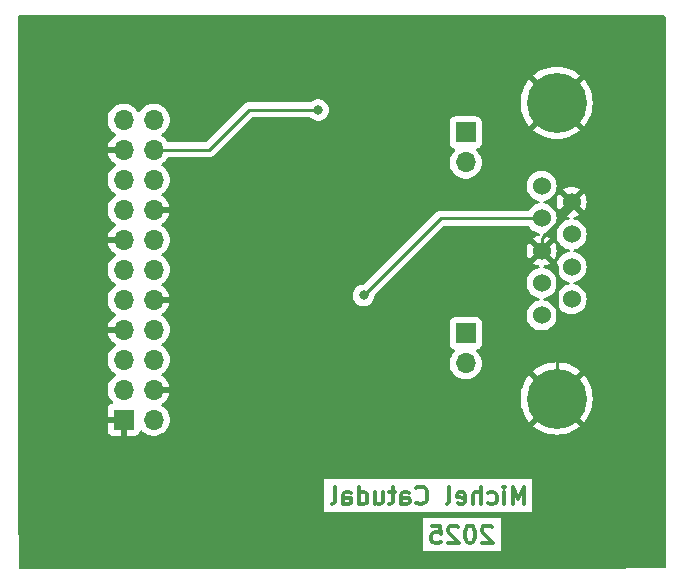
<source format=gbl>
G04 #@! TF.GenerationSoftware,KiCad,Pcbnew,8.0.6*
G04 #@! TF.CreationDate,2024-12-29T09:39:42-05:00*
G04 #@! TF.ProjectId,Beagley-ai-2CAN,42656167-6c65-4792-9d61-692d3243414e,rev?*
G04 #@! TF.SameCoordinates,Original*
G04 #@! TF.FileFunction,Copper,L2,Bot*
G04 #@! TF.FilePolarity,Positive*
%FSLAX46Y46*%
G04 Gerber Fmt 4.6, Leading zero omitted, Abs format (unit mm)*
G04 Created by KiCad (PCBNEW 8.0.6) date 2024-12-29 09:39:42*
%MOMM*%
%LPD*%
G01*
G04 APERTURE LIST*
%ADD10C,0.300000*%
G04 #@! TA.AperFunction,NonConductor*
%ADD11C,0.300000*%
G04 #@! TD*
G04 #@! TA.AperFunction,ComponentPad*
%ADD12R,1.700000X1.700000*%
G04 #@! TD*
G04 #@! TA.AperFunction,ComponentPad*
%ADD13O,1.700000X1.700000*%
G04 #@! TD*
G04 #@! TA.AperFunction,ComponentPad*
%ADD14C,1.524000*%
G04 #@! TD*
G04 #@! TA.AperFunction,ComponentPad*
%ADD15C,5.080000*%
G04 #@! TD*
G04 #@! TA.AperFunction,ViaPad*
%ADD16C,0.800000*%
G04 #@! TD*
G04 #@! TA.AperFunction,Conductor*
%ADD17C,0.250000*%
G04 #@! TD*
G04 APERTURE END LIST*
D10*
D11*
X115821427Y-73971185D02*
X115749999Y-73899757D01*
X115749999Y-73899757D02*
X115607142Y-73828328D01*
X115607142Y-73828328D02*
X115249999Y-73828328D01*
X115249999Y-73828328D02*
X115107142Y-73899757D01*
X115107142Y-73899757D02*
X115035713Y-73971185D01*
X115035713Y-73971185D02*
X114964284Y-74114042D01*
X114964284Y-74114042D02*
X114964284Y-74256900D01*
X114964284Y-74256900D02*
X115035713Y-74471185D01*
X115035713Y-74471185D02*
X115892856Y-75328328D01*
X115892856Y-75328328D02*
X114964284Y-75328328D01*
X114035713Y-73828328D02*
X113892856Y-73828328D01*
X113892856Y-73828328D02*
X113749999Y-73899757D01*
X113749999Y-73899757D02*
X113678571Y-73971185D01*
X113678571Y-73971185D02*
X113607142Y-74114042D01*
X113607142Y-74114042D02*
X113535713Y-74399757D01*
X113535713Y-74399757D02*
X113535713Y-74756900D01*
X113535713Y-74756900D02*
X113607142Y-75042614D01*
X113607142Y-75042614D02*
X113678571Y-75185471D01*
X113678571Y-75185471D02*
X113749999Y-75256900D01*
X113749999Y-75256900D02*
X113892856Y-75328328D01*
X113892856Y-75328328D02*
X114035713Y-75328328D01*
X114035713Y-75328328D02*
X114178571Y-75256900D01*
X114178571Y-75256900D02*
X114249999Y-75185471D01*
X114249999Y-75185471D02*
X114321428Y-75042614D01*
X114321428Y-75042614D02*
X114392856Y-74756900D01*
X114392856Y-74756900D02*
X114392856Y-74399757D01*
X114392856Y-74399757D02*
X114321428Y-74114042D01*
X114321428Y-74114042D02*
X114249999Y-73971185D01*
X114249999Y-73971185D02*
X114178571Y-73899757D01*
X114178571Y-73899757D02*
X114035713Y-73828328D01*
X112964285Y-73971185D02*
X112892857Y-73899757D01*
X112892857Y-73899757D02*
X112750000Y-73828328D01*
X112750000Y-73828328D02*
X112392857Y-73828328D01*
X112392857Y-73828328D02*
X112250000Y-73899757D01*
X112250000Y-73899757D02*
X112178571Y-73971185D01*
X112178571Y-73971185D02*
X112107142Y-74114042D01*
X112107142Y-74114042D02*
X112107142Y-74256900D01*
X112107142Y-74256900D02*
X112178571Y-74471185D01*
X112178571Y-74471185D02*
X113035714Y-75328328D01*
X113035714Y-75328328D02*
X112107142Y-75328328D01*
X110750000Y-73828328D02*
X111464286Y-73828328D01*
X111464286Y-73828328D02*
X111535714Y-74542614D01*
X111535714Y-74542614D02*
X111464286Y-74471185D01*
X111464286Y-74471185D02*
X111321429Y-74399757D01*
X111321429Y-74399757D02*
X110964286Y-74399757D01*
X110964286Y-74399757D02*
X110821429Y-74471185D01*
X110821429Y-74471185D02*
X110750000Y-74542614D01*
X110750000Y-74542614D02*
X110678571Y-74685471D01*
X110678571Y-74685471D02*
X110678571Y-75042614D01*
X110678571Y-75042614D02*
X110750000Y-75185471D01*
X110750000Y-75185471D02*
X110821429Y-75256900D01*
X110821429Y-75256900D02*
X110964286Y-75328328D01*
X110964286Y-75328328D02*
X111321429Y-75328328D01*
X111321429Y-75328328D02*
X111464286Y-75256900D01*
X111464286Y-75256900D02*
X111535714Y-75185471D01*
D10*
D11*
X118571428Y-72028328D02*
X118571428Y-70528328D01*
X118571428Y-70528328D02*
X118071428Y-71599757D01*
X118071428Y-71599757D02*
X117571428Y-70528328D01*
X117571428Y-70528328D02*
X117571428Y-72028328D01*
X116857142Y-72028328D02*
X116857142Y-71028328D01*
X116857142Y-70528328D02*
X116928570Y-70599757D01*
X116928570Y-70599757D02*
X116857142Y-70671185D01*
X116857142Y-70671185D02*
X116785713Y-70599757D01*
X116785713Y-70599757D02*
X116857142Y-70528328D01*
X116857142Y-70528328D02*
X116857142Y-70671185D01*
X115499999Y-71956900D02*
X115642856Y-72028328D01*
X115642856Y-72028328D02*
X115928570Y-72028328D01*
X115928570Y-72028328D02*
X116071427Y-71956900D01*
X116071427Y-71956900D02*
X116142856Y-71885471D01*
X116142856Y-71885471D02*
X116214284Y-71742614D01*
X116214284Y-71742614D02*
X116214284Y-71314042D01*
X116214284Y-71314042D02*
X116142856Y-71171185D01*
X116142856Y-71171185D02*
X116071427Y-71099757D01*
X116071427Y-71099757D02*
X115928570Y-71028328D01*
X115928570Y-71028328D02*
X115642856Y-71028328D01*
X115642856Y-71028328D02*
X115499999Y-71099757D01*
X114857142Y-72028328D02*
X114857142Y-70528328D01*
X114214285Y-72028328D02*
X114214285Y-71242614D01*
X114214285Y-71242614D02*
X114285713Y-71099757D01*
X114285713Y-71099757D02*
X114428570Y-71028328D01*
X114428570Y-71028328D02*
X114642856Y-71028328D01*
X114642856Y-71028328D02*
X114785713Y-71099757D01*
X114785713Y-71099757D02*
X114857142Y-71171185D01*
X112928570Y-71956900D02*
X113071427Y-72028328D01*
X113071427Y-72028328D02*
X113357142Y-72028328D01*
X113357142Y-72028328D02*
X113499999Y-71956900D01*
X113499999Y-71956900D02*
X113571427Y-71814042D01*
X113571427Y-71814042D02*
X113571427Y-71242614D01*
X113571427Y-71242614D02*
X113499999Y-71099757D01*
X113499999Y-71099757D02*
X113357142Y-71028328D01*
X113357142Y-71028328D02*
X113071427Y-71028328D01*
X113071427Y-71028328D02*
X112928570Y-71099757D01*
X112928570Y-71099757D02*
X112857142Y-71242614D01*
X112857142Y-71242614D02*
X112857142Y-71385471D01*
X112857142Y-71385471D02*
X113571427Y-71528328D01*
X111999999Y-72028328D02*
X112142856Y-71956900D01*
X112142856Y-71956900D02*
X112214285Y-71814042D01*
X112214285Y-71814042D02*
X112214285Y-70528328D01*
X109428571Y-71885471D02*
X109499999Y-71956900D01*
X109499999Y-71956900D02*
X109714285Y-72028328D01*
X109714285Y-72028328D02*
X109857142Y-72028328D01*
X109857142Y-72028328D02*
X110071428Y-71956900D01*
X110071428Y-71956900D02*
X110214285Y-71814042D01*
X110214285Y-71814042D02*
X110285714Y-71671185D01*
X110285714Y-71671185D02*
X110357142Y-71385471D01*
X110357142Y-71385471D02*
X110357142Y-71171185D01*
X110357142Y-71171185D02*
X110285714Y-70885471D01*
X110285714Y-70885471D02*
X110214285Y-70742614D01*
X110214285Y-70742614D02*
X110071428Y-70599757D01*
X110071428Y-70599757D02*
X109857142Y-70528328D01*
X109857142Y-70528328D02*
X109714285Y-70528328D01*
X109714285Y-70528328D02*
X109499999Y-70599757D01*
X109499999Y-70599757D02*
X109428571Y-70671185D01*
X108142857Y-72028328D02*
X108142857Y-71242614D01*
X108142857Y-71242614D02*
X108214285Y-71099757D01*
X108214285Y-71099757D02*
X108357142Y-71028328D01*
X108357142Y-71028328D02*
X108642857Y-71028328D01*
X108642857Y-71028328D02*
X108785714Y-71099757D01*
X108142857Y-71956900D02*
X108285714Y-72028328D01*
X108285714Y-72028328D02*
X108642857Y-72028328D01*
X108642857Y-72028328D02*
X108785714Y-71956900D01*
X108785714Y-71956900D02*
X108857142Y-71814042D01*
X108857142Y-71814042D02*
X108857142Y-71671185D01*
X108857142Y-71671185D02*
X108785714Y-71528328D01*
X108785714Y-71528328D02*
X108642857Y-71456900D01*
X108642857Y-71456900D02*
X108285714Y-71456900D01*
X108285714Y-71456900D02*
X108142857Y-71385471D01*
X107642856Y-71028328D02*
X107071428Y-71028328D01*
X107428571Y-70528328D02*
X107428571Y-71814042D01*
X107428571Y-71814042D02*
X107357142Y-71956900D01*
X107357142Y-71956900D02*
X107214285Y-72028328D01*
X107214285Y-72028328D02*
X107071428Y-72028328D01*
X105928571Y-71028328D02*
X105928571Y-72028328D01*
X106571428Y-71028328D02*
X106571428Y-71814042D01*
X106571428Y-71814042D02*
X106499999Y-71956900D01*
X106499999Y-71956900D02*
X106357142Y-72028328D01*
X106357142Y-72028328D02*
X106142856Y-72028328D01*
X106142856Y-72028328D02*
X105999999Y-71956900D01*
X105999999Y-71956900D02*
X105928571Y-71885471D01*
X104571428Y-72028328D02*
X104571428Y-70528328D01*
X104571428Y-71956900D02*
X104714285Y-72028328D01*
X104714285Y-72028328D02*
X104999999Y-72028328D01*
X104999999Y-72028328D02*
X105142856Y-71956900D01*
X105142856Y-71956900D02*
X105214285Y-71885471D01*
X105214285Y-71885471D02*
X105285713Y-71742614D01*
X105285713Y-71742614D02*
X105285713Y-71314042D01*
X105285713Y-71314042D02*
X105214285Y-71171185D01*
X105214285Y-71171185D02*
X105142856Y-71099757D01*
X105142856Y-71099757D02*
X104999999Y-71028328D01*
X104999999Y-71028328D02*
X104714285Y-71028328D01*
X104714285Y-71028328D02*
X104571428Y-71099757D01*
X103214285Y-72028328D02*
X103214285Y-71242614D01*
X103214285Y-71242614D02*
X103285713Y-71099757D01*
X103285713Y-71099757D02*
X103428570Y-71028328D01*
X103428570Y-71028328D02*
X103714285Y-71028328D01*
X103714285Y-71028328D02*
X103857142Y-71099757D01*
X103214285Y-71956900D02*
X103357142Y-72028328D01*
X103357142Y-72028328D02*
X103714285Y-72028328D01*
X103714285Y-72028328D02*
X103857142Y-71956900D01*
X103857142Y-71956900D02*
X103928570Y-71814042D01*
X103928570Y-71814042D02*
X103928570Y-71671185D01*
X103928570Y-71671185D02*
X103857142Y-71528328D01*
X103857142Y-71528328D02*
X103714285Y-71456900D01*
X103714285Y-71456900D02*
X103357142Y-71456900D01*
X103357142Y-71456900D02*
X103214285Y-71385471D01*
X102285713Y-72028328D02*
X102428570Y-71956900D01*
X102428570Y-71956900D02*
X102499999Y-71814042D01*
X102499999Y-71814042D02*
X102499999Y-70528328D01*
D12*
X84640000Y-64870000D03*
D13*
X87180000Y-64870000D03*
X84640000Y-62330000D03*
X87180000Y-62330000D03*
X84640000Y-59790000D03*
X87180000Y-59790000D03*
X84640000Y-57250000D03*
X87180000Y-57250000D03*
X84640000Y-54710000D03*
X87180000Y-54710000D03*
X84640000Y-52170000D03*
X87180000Y-52170000D03*
X84640000Y-49630000D03*
X87180000Y-49630000D03*
X84640000Y-47090000D03*
X87180000Y-47090000D03*
X84640000Y-44550000D03*
X87180000Y-44550000D03*
X84640000Y-42010000D03*
X87180000Y-42010000D03*
X84640000Y-39470000D03*
X87180000Y-39470000D03*
D12*
X113600000Y-57550000D03*
D13*
X113600000Y-60090000D03*
D14*
X120030000Y-45063600D03*
X120030000Y-47806800D03*
X120030000Y-50550000D03*
X120030000Y-53293200D03*
X120030000Y-56036400D03*
X122570000Y-46435200D03*
X122570000Y-49178400D03*
X122570000Y-51921600D03*
X122570000Y-54664800D03*
D15*
X121300000Y-38027800D03*
X121300000Y-63072200D03*
D12*
X113600000Y-40550000D03*
D13*
X113600000Y-43090000D03*
D16*
X104872500Y-40872500D03*
X100100000Y-40600000D03*
X101115000Y-38635000D03*
X104950000Y-54350000D03*
D17*
X121300000Y-51820000D02*
X121300000Y-63072200D01*
X100100000Y-40600000D02*
X93610000Y-47090000D01*
X93610000Y-47090000D02*
X87180000Y-47090000D01*
X120030000Y-50550000D02*
X120030000Y-49472370D01*
X122570000Y-46932370D02*
X122570000Y-46435200D01*
X100100000Y-40600000D02*
X104600000Y-40600000D01*
X120030000Y-49472370D02*
X122570000Y-46932370D01*
X104600000Y-40600000D02*
X104872500Y-40872500D01*
X120030000Y-50550000D02*
X121300000Y-51820000D01*
X101115000Y-38635000D02*
X95215000Y-38635000D01*
X91840000Y-42010000D02*
X87180000Y-42010000D01*
X95215000Y-38635000D02*
X91840000Y-42010000D01*
X111493200Y-47806800D02*
X120030000Y-47806800D01*
X104950000Y-54350000D02*
X111493200Y-47806800D01*
G04 #@! TA.AperFunction,Conductor*
G36*
X130466621Y-30645502D02*
G01*
X130513114Y-30699158D01*
X130524500Y-30751500D01*
X130524500Y-77325094D01*
X130504498Y-77393215D01*
X130450842Y-77439708D01*
X130398959Y-77451093D01*
X123977139Y-77474468D01*
X123968697Y-77474499D01*
X123968240Y-77474500D01*
X75874401Y-77474500D01*
X75806280Y-77454498D01*
X75759787Y-77400842D01*
X75748403Y-77349169D01*
X75741207Y-75993553D01*
X110013346Y-75993553D01*
X116556356Y-75993553D01*
X116556356Y-73162629D01*
X110013346Y-73162629D01*
X110013346Y-75993553D01*
X75741207Y-75993553D01*
X75726181Y-73162629D01*
X75723691Y-72693553D01*
X101620488Y-72693553D01*
X119236089Y-72693553D01*
X119236089Y-69863103D01*
X101620488Y-69863103D01*
X101620488Y-72693553D01*
X75723691Y-72693553D01*
X75675502Y-63614596D01*
X75675500Y-63613927D01*
X75675500Y-39470000D01*
X83276844Y-39470000D01*
X83291872Y-39651362D01*
X83295437Y-39694375D01*
X83350702Y-39912612D01*
X83350703Y-39912613D01*
X83350704Y-39912616D01*
X83439781Y-40115692D01*
X83441141Y-40118793D01*
X83564275Y-40307265D01*
X83564279Y-40307270D01*
X83716762Y-40472908D01*
X83771331Y-40515381D01*
X83894424Y-40611189D01*
X83928205Y-40629470D01*
X83978596Y-40679482D01*
X83993949Y-40748799D01*
X83969389Y-40815412D01*
X83928209Y-40851096D01*
X83894704Y-40869228D01*
X83894698Y-40869232D01*
X83717097Y-41007465D01*
X83564674Y-41173041D01*
X83441580Y-41361451D01*
X83351179Y-41567543D01*
X83351176Y-41567550D01*
X83303455Y-41755999D01*
X83303456Y-41756000D01*
X84209297Y-41756000D01*
X84174075Y-41817007D01*
X84140000Y-41944174D01*
X84140000Y-42075826D01*
X84174075Y-42202993D01*
X84209297Y-42264000D01*
X83303455Y-42264000D01*
X83351176Y-42452449D01*
X83351179Y-42452456D01*
X83441580Y-42658548D01*
X83564674Y-42846958D01*
X83717097Y-43012534D01*
X83894698Y-43150767D01*
X83894704Y-43150771D01*
X83928207Y-43168902D01*
X83978597Y-43218915D01*
X83993949Y-43288232D01*
X83969388Y-43354845D01*
X83928207Y-43390528D01*
X83894430Y-43408807D01*
X83894424Y-43408811D01*
X83716762Y-43547091D01*
X83564279Y-43712729D01*
X83564275Y-43712734D01*
X83441141Y-43901206D01*
X83350703Y-44107386D01*
X83350702Y-44107387D01*
X83295437Y-44325624D01*
X83295436Y-44325630D01*
X83295436Y-44325632D01*
X83285255Y-44448500D01*
X83276844Y-44550000D01*
X83295437Y-44774375D01*
X83350702Y-44992612D01*
X83350703Y-44992613D01*
X83350704Y-44992616D01*
X83439781Y-45195692D01*
X83441141Y-45198793D01*
X83564275Y-45387265D01*
X83564279Y-45387270D01*
X83716762Y-45552908D01*
X83771331Y-45595381D01*
X83894424Y-45691189D01*
X83927680Y-45709186D01*
X83978071Y-45759200D01*
X83993423Y-45828516D01*
X83968862Y-45895129D01*
X83927680Y-45930813D01*
X83894426Y-45948810D01*
X83894424Y-45948811D01*
X83716762Y-46087091D01*
X83564279Y-46252729D01*
X83564275Y-46252734D01*
X83441141Y-46441206D01*
X83350703Y-46647386D01*
X83350702Y-46647387D01*
X83295437Y-46865624D01*
X83295436Y-46865630D01*
X83295436Y-46865632D01*
X83276844Y-47090000D01*
X83292836Y-47282993D01*
X83295437Y-47314375D01*
X83350702Y-47532612D01*
X83350703Y-47532613D01*
X83350704Y-47532616D01*
X83441140Y-47738791D01*
X83441141Y-47738793D01*
X83564275Y-47927265D01*
X83564279Y-47927270D01*
X83716762Y-48092908D01*
X83771331Y-48135381D01*
X83894424Y-48231189D01*
X83928205Y-48249470D01*
X83978596Y-48299482D01*
X83993949Y-48368799D01*
X83969389Y-48435412D01*
X83928209Y-48471096D01*
X83894704Y-48489228D01*
X83894698Y-48489232D01*
X83717097Y-48627465D01*
X83564674Y-48793041D01*
X83441580Y-48981451D01*
X83351179Y-49187543D01*
X83351176Y-49187550D01*
X83303455Y-49375999D01*
X83303456Y-49376000D01*
X84209297Y-49376000D01*
X84174075Y-49437007D01*
X84140000Y-49564174D01*
X84140000Y-49695826D01*
X84174075Y-49822993D01*
X84209297Y-49884000D01*
X83303455Y-49884000D01*
X83351176Y-50072449D01*
X83351179Y-50072456D01*
X83441580Y-50278548D01*
X83564674Y-50466958D01*
X83717097Y-50632534D01*
X83894698Y-50770767D01*
X83894704Y-50770771D01*
X83928207Y-50788902D01*
X83978597Y-50838915D01*
X83993949Y-50908232D01*
X83969388Y-50974845D01*
X83928207Y-51010528D01*
X83894430Y-51028807D01*
X83894424Y-51028811D01*
X83716762Y-51167091D01*
X83564279Y-51332729D01*
X83564275Y-51332734D01*
X83441141Y-51521206D01*
X83350703Y-51727386D01*
X83350702Y-51727387D01*
X83295437Y-51945624D01*
X83295436Y-51945630D01*
X83295436Y-51945632D01*
X83276844Y-52170000D01*
X83292405Y-52357793D01*
X83295437Y-52394375D01*
X83350702Y-52612612D01*
X83350703Y-52612613D01*
X83441141Y-52818793D01*
X83564275Y-53007265D01*
X83564279Y-53007270D01*
X83716762Y-53172908D01*
X83737248Y-53188853D01*
X83894424Y-53311189D01*
X83927680Y-53329186D01*
X83978071Y-53379200D01*
X83993423Y-53448516D01*
X83968862Y-53515129D01*
X83927680Y-53550813D01*
X83894426Y-53568810D01*
X83894424Y-53568811D01*
X83716762Y-53707091D01*
X83564279Y-53872729D01*
X83564275Y-53872734D01*
X83441141Y-54061206D01*
X83350703Y-54267386D01*
X83350702Y-54267387D01*
X83295437Y-54485624D01*
X83295436Y-54485630D01*
X83295436Y-54485632D01*
X83276844Y-54710000D01*
X83295232Y-54931912D01*
X83295437Y-54934375D01*
X83350702Y-55152612D01*
X83350703Y-55152613D01*
X83350704Y-55152616D01*
X83441140Y-55358791D01*
X83441141Y-55358793D01*
X83564275Y-55547265D01*
X83564279Y-55547270D01*
X83716762Y-55712908D01*
X83771331Y-55755381D01*
X83894424Y-55851189D01*
X83928205Y-55869470D01*
X83978596Y-55919482D01*
X83993949Y-55988799D01*
X83969389Y-56055412D01*
X83928209Y-56091096D01*
X83894704Y-56109228D01*
X83894698Y-56109232D01*
X83717097Y-56247465D01*
X83564674Y-56413041D01*
X83441580Y-56601451D01*
X83351179Y-56807543D01*
X83351176Y-56807550D01*
X83303455Y-56995999D01*
X83303456Y-56996000D01*
X84209297Y-56996000D01*
X84174075Y-57057007D01*
X84140000Y-57184174D01*
X84140000Y-57315826D01*
X84174075Y-57442993D01*
X84209297Y-57504000D01*
X83303455Y-57504000D01*
X83351176Y-57692449D01*
X83351179Y-57692456D01*
X83441580Y-57898548D01*
X83564674Y-58086958D01*
X83717097Y-58252534D01*
X83894698Y-58390767D01*
X83894704Y-58390771D01*
X83928207Y-58408902D01*
X83978597Y-58458915D01*
X83993949Y-58528232D01*
X83969388Y-58594845D01*
X83928207Y-58630528D01*
X83894430Y-58648807D01*
X83894424Y-58648811D01*
X83716762Y-58787091D01*
X83564279Y-58952729D01*
X83564275Y-58952734D01*
X83441141Y-59141206D01*
X83350703Y-59347386D01*
X83350702Y-59347387D01*
X83295437Y-59565624D01*
X83295436Y-59565630D01*
X83295436Y-59565632D01*
X83276844Y-59790000D01*
X83283110Y-59865624D01*
X83295437Y-60014375D01*
X83350702Y-60232612D01*
X83350703Y-60232613D01*
X83350704Y-60232616D01*
X83386567Y-60314375D01*
X83441141Y-60438793D01*
X83564275Y-60627265D01*
X83564279Y-60627270D01*
X83716762Y-60792908D01*
X83771331Y-60835381D01*
X83894424Y-60931189D01*
X83927680Y-60949186D01*
X83978071Y-60999200D01*
X83993423Y-61068516D01*
X83968862Y-61135129D01*
X83927680Y-61170813D01*
X83894426Y-61188810D01*
X83894424Y-61188811D01*
X83716762Y-61327091D01*
X83564279Y-61492729D01*
X83564275Y-61492734D01*
X83441141Y-61681206D01*
X83350703Y-61887386D01*
X83350702Y-61887387D01*
X83295437Y-62105624D01*
X83295436Y-62105630D01*
X83295436Y-62105632D01*
X83276844Y-62330000D01*
X83292836Y-62522993D01*
X83295437Y-62554375D01*
X83350702Y-62772612D01*
X83350703Y-62772613D01*
X83350704Y-62772616D01*
X83441140Y-62978791D01*
X83441141Y-62978793D01*
X83564275Y-63167265D01*
X83564279Y-63167270D01*
X83707841Y-63323217D01*
X83739262Y-63386882D01*
X83731276Y-63457428D01*
X83686417Y-63512457D01*
X83659173Y-63526610D01*
X83544039Y-63569553D01*
X83544034Y-63569555D01*
X83427095Y-63657095D01*
X83339555Y-63774034D01*
X83339555Y-63774035D01*
X83288505Y-63910906D01*
X83282000Y-63971402D01*
X83282000Y-64616000D01*
X84209297Y-64616000D01*
X84174075Y-64677007D01*
X84140000Y-64804174D01*
X84140000Y-64935826D01*
X84174075Y-65062993D01*
X84209297Y-65124000D01*
X83282000Y-65124000D01*
X83282000Y-65768597D01*
X83288505Y-65829093D01*
X83339555Y-65965964D01*
X83339555Y-65965965D01*
X83427095Y-66082904D01*
X83544034Y-66170444D01*
X83680906Y-66221494D01*
X83741402Y-66227999D01*
X83741415Y-66228000D01*
X84386000Y-66228000D01*
X84386000Y-65300702D01*
X84447007Y-65335925D01*
X84574174Y-65370000D01*
X84705826Y-65370000D01*
X84832993Y-65335925D01*
X84894000Y-65300702D01*
X84894000Y-66228000D01*
X85538585Y-66228000D01*
X85538597Y-66227999D01*
X85599093Y-66221494D01*
X85735964Y-66170444D01*
X85735965Y-66170444D01*
X85852904Y-66082904D01*
X85940444Y-65965965D01*
X85984618Y-65847530D01*
X86027165Y-65790694D01*
X86093685Y-65765883D01*
X86163059Y-65780974D01*
X86195372Y-65806222D01*
X86216427Y-65829093D01*
X86256762Y-65872908D01*
X86311331Y-65915381D01*
X86434424Y-66011189D01*
X86632426Y-66118342D01*
X86632427Y-66118342D01*
X86632428Y-66118343D01*
X86744227Y-66156723D01*
X86845365Y-66191444D01*
X87067431Y-66228500D01*
X87067435Y-66228500D01*
X87292565Y-66228500D01*
X87292569Y-66228500D01*
X87514635Y-66191444D01*
X87727574Y-66118342D01*
X87925576Y-66011189D01*
X88103240Y-65872906D01*
X88255722Y-65707268D01*
X88378860Y-65518791D01*
X88469296Y-65312616D01*
X88524564Y-65094368D01*
X88543156Y-64870000D01*
X88524564Y-64645632D01*
X88503637Y-64562993D01*
X88469297Y-64427387D01*
X88469296Y-64427386D01*
X88469296Y-64427384D01*
X88378860Y-64221209D01*
X88286918Y-64080481D01*
X88255724Y-64032734D01*
X88255720Y-64032729D01*
X88103237Y-63867091D01*
X87983679Y-63774035D01*
X87925576Y-63728811D01*
X87891792Y-63710528D01*
X87841402Y-63660516D01*
X87826050Y-63591199D01*
X87850610Y-63524586D01*
X87891793Y-63488901D01*
X87925300Y-63470767D01*
X87925301Y-63470767D01*
X88102902Y-63332534D01*
X88255325Y-63166958D01*
X88317233Y-63072200D01*
X118247197Y-63072200D01*
X118266391Y-63414002D01*
X118323735Y-63751506D01*
X118418511Y-64080481D01*
X118549519Y-64396760D01*
X118549522Y-64396765D01*
X118715115Y-64696385D01*
X118913215Y-64975581D01*
X118913231Y-64975601D01*
X118971823Y-65041166D01*
X119966856Y-64046133D01*
X120040688Y-64147754D01*
X120224446Y-64331512D01*
X120326065Y-64405342D01*
X119331032Y-65400375D01*
X119396598Y-65458968D01*
X119396618Y-65458984D01*
X119675814Y-65657084D01*
X119975434Y-65822677D01*
X119975439Y-65822680D01*
X120291718Y-65953688D01*
X120620693Y-66048464D01*
X120958197Y-66105808D01*
X121300000Y-66125002D01*
X121641802Y-66105808D01*
X121979306Y-66048464D01*
X122308281Y-65953688D01*
X122624560Y-65822680D01*
X122624565Y-65822677D01*
X122924185Y-65657084D01*
X123203385Y-65458981D01*
X123203387Y-65458980D01*
X123268965Y-65400375D01*
X122273933Y-64405343D01*
X122375554Y-64331512D01*
X122559312Y-64147754D01*
X122633143Y-64046133D01*
X123628175Y-65041165D01*
X123686780Y-64975587D01*
X123686781Y-64975585D01*
X123884884Y-64696385D01*
X124050477Y-64396765D01*
X124050480Y-64396760D01*
X124181488Y-64080481D01*
X124276264Y-63751506D01*
X124333608Y-63414002D01*
X124352802Y-63072200D01*
X124333608Y-62730397D01*
X124276264Y-62392893D01*
X124181488Y-62063918D01*
X124050480Y-61747639D01*
X124050477Y-61747634D01*
X123884884Y-61448014D01*
X123686784Y-61168818D01*
X123686768Y-61168798D01*
X123628175Y-61103232D01*
X122633142Y-62098264D01*
X122559312Y-61996646D01*
X122375554Y-61812888D01*
X122273933Y-61739056D01*
X123268966Y-60744023D01*
X123203401Y-60685431D01*
X123203381Y-60685415D01*
X122924185Y-60487315D01*
X122624565Y-60321722D01*
X122624560Y-60321719D01*
X122308281Y-60190711D01*
X121979306Y-60095935D01*
X121641802Y-60038591D01*
X121300000Y-60019397D01*
X120958197Y-60038591D01*
X120620693Y-60095935D01*
X120291718Y-60190711D01*
X119975439Y-60321719D01*
X119975434Y-60321722D01*
X119675819Y-60487313D01*
X119396605Y-60685426D01*
X119331032Y-60744023D01*
X120326065Y-61739056D01*
X120224446Y-61812888D01*
X120040688Y-61996646D01*
X119966856Y-62098265D01*
X118971823Y-61103232D01*
X118913226Y-61168805D01*
X118715113Y-61448019D01*
X118549522Y-61747634D01*
X118549519Y-61747639D01*
X118418511Y-62063918D01*
X118323735Y-62392893D01*
X118266391Y-62730397D01*
X118247197Y-63072200D01*
X88317233Y-63072200D01*
X88378419Y-62978548D01*
X88468820Y-62772456D01*
X88468823Y-62772449D01*
X88516544Y-62584000D01*
X87610703Y-62584000D01*
X87645925Y-62522993D01*
X87680000Y-62395826D01*
X87680000Y-62264174D01*
X87645925Y-62137007D01*
X87610703Y-62076000D01*
X88516544Y-62076000D01*
X88516544Y-62075999D01*
X88468823Y-61887550D01*
X88468820Y-61887543D01*
X88378419Y-61681451D01*
X88255325Y-61493041D01*
X88102902Y-61327465D01*
X87925301Y-61189232D01*
X87925300Y-61189231D01*
X87891791Y-61171097D01*
X87841401Y-61121083D01*
X87826050Y-61051766D01*
X87850612Y-60985153D01*
X87891790Y-60949472D01*
X87925576Y-60931189D01*
X88103240Y-60792906D01*
X88255722Y-60627268D01*
X88378860Y-60438791D01*
X88469296Y-60232616D01*
X88505411Y-60090000D01*
X112236844Y-60090000D01*
X112248661Y-60232613D01*
X112255437Y-60314375D01*
X112310702Y-60532612D01*
X112310703Y-60532613D01*
X112401141Y-60738793D01*
X112524275Y-60927265D01*
X112524279Y-60927270D01*
X112676762Y-61092908D01*
X112731331Y-61135381D01*
X112854424Y-61231189D01*
X113052426Y-61338342D01*
X113052427Y-61338342D01*
X113052428Y-61338343D01*
X113164227Y-61376723D01*
X113265365Y-61411444D01*
X113487431Y-61448500D01*
X113487435Y-61448500D01*
X113712565Y-61448500D01*
X113712569Y-61448500D01*
X113934635Y-61411444D01*
X114147574Y-61338342D01*
X114345576Y-61231189D01*
X114523240Y-61092906D01*
X114675722Y-60927268D01*
X114798860Y-60738791D01*
X114889296Y-60532616D01*
X114944564Y-60314368D01*
X114963156Y-60090000D01*
X114944564Y-59865632D01*
X114889296Y-59647384D01*
X114798860Y-59441209D01*
X114737563Y-59347387D01*
X114675724Y-59252734D01*
X114675719Y-59252729D01*
X114532524Y-59097179D01*
X114501103Y-59033514D01*
X114509090Y-58962968D01*
X114553948Y-58907939D01*
X114581183Y-58893789D01*
X114696204Y-58850889D01*
X114813261Y-58763261D01*
X114900887Y-58646207D01*
X114900887Y-58646206D01*
X114900889Y-58646204D01*
X114951989Y-58509201D01*
X114953157Y-58498342D01*
X114958499Y-58448649D01*
X114958500Y-58448632D01*
X114958500Y-56651367D01*
X114958499Y-56651350D01*
X114951990Y-56590803D01*
X114951988Y-56590795D01*
X114900889Y-56453797D01*
X114900887Y-56453792D01*
X114813261Y-56336738D01*
X114696207Y-56249112D01*
X114696202Y-56249110D01*
X114559204Y-56198011D01*
X114559196Y-56198009D01*
X114498649Y-56191500D01*
X114498638Y-56191500D01*
X112701362Y-56191500D01*
X112701350Y-56191500D01*
X112640803Y-56198009D01*
X112640795Y-56198011D01*
X112503797Y-56249110D01*
X112503792Y-56249112D01*
X112386738Y-56336738D01*
X112299112Y-56453792D01*
X112299110Y-56453797D01*
X112248011Y-56590795D01*
X112248009Y-56590803D01*
X112241500Y-56651350D01*
X112241500Y-58448649D01*
X112248009Y-58509196D01*
X112248011Y-58509204D01*
X112299110Y-58646202D01*
X112299112Y-58646207D01*
X112386738Y-58763261D01*
X112503791Y-58850886D01*
X112503792Y-58850886D01*
X112503796Y-58850889D01*
X112618810Y-58893787D01*
X112675642Y-58936332D01*
X112700453Y-59002852D01*
X112685362Y-59072226D01*
X112667475Y-59097179D01*
X112524280Y-59252729D01*
X112524275Y-59252734D01*
X112401141Y-59441206D01*
X112310703Y-59647386D01*
X112310702Y-59647387D01*
X112255437Y-59865624D01*
X112255436Y-59865630D01*
X112255436Y-59865632D01*
X112236844Y-60090000D01*
X88505411Y-60090000D01*
X88524564Y-60014368D01*
X88543156Y-59790000D01*
X88524564Y-59565632D01*
X88469296Y-59347384D01*
X88378860Y-59141209D01*
X88372140Y-59130924D01*
X88255724Y-58952734D01*
X88255720Y-58952729D01*
X88103237Y-58787091D01*
X88021382Y-58723381D01*
X87925576Y-58648811D01*
X87892319Y-58630813D01*
X87841929Y-58580802D01*
X87826576Y-58511485D01*
X87851136Y-58444872D01*
X87892320Y-58409186D01*
X87892847Y-58408901D01*
X87925576Y-58391189D01*
X88103240Y-58252906D01*
X88255722Y-58087268D01*
X88255927Y-58086955D01*
X88344816Y-57950899D01*
X88378860Y-57898791D01*
X88469296Y-57692616D01*
X88524564Y-57474368D01*
X88543156Y-57250000D01*
X88524564Y-57025632D01*
X88469338Y-56807550D01*
X88469297Y-56807387D01*
X88469296Y-56807386D01*
X88469296Y-56807384D01*
X88378860Y-56601209D01*
X88294835Y-56472599D01*
X88255724Y-56412734D01*
X88255720Y-56412729D01*
X88139570Y-56286559D01*
X88103240Y-56247094D01*
X88103239Y-56247093D01*
X88103237Y-56247091D01*
X88021382Y-56183381D01*
X87925576Y-56108811D01*
X87891792Y-56090528D01*
X87841402Y-56040516D01*
X87826050Y-55971199D01*
X87850610Y-55904586D01*
X87891793Y-55868901D01*
X87925300Y-55850767D01*
X87925301Y-55850767D01*
X88102902Y-55712534D01*
X88255325Y-55546958D01*
X88378419Y-55358548D01*
X88468820Y-55152456D01*
X88468823Y-55152449D01*
X88516544Y-54964000D01*
X87610703Y-54964000D01*
X87645925Y-54902993D01*
X87680000Y-54775826D01*
X87680000Y-54644174D01*
X87645925Y-54517007D01*
X87610703Y-54456000D01*
X88516544Y-54456000D01*
X88516544Y-54455999D01*
X88489702Y-54350000D01*
X104036496Y-54350000D01*
X104056457Y-54539927D01*
X104086526Y-54632470D01*
X104115473Y-54721556D01*
X104115476Y-54721561D01*
X104210958Y-54886941D01*
X104210965Y-54886951D01*
X104338744Y-55028864D01*
X104338747Y-55028866D01*
X104493248Y-55141118D01*
X104667712Y-55218794D01*
X104854513Y-55258500D01*
X105045487Y-55258500D01*
X105232288Y-55218794D01*
X105406752Y-55141118D01*
X105561253Y-55028866D01*
X105619659Y-54964000D01*
X105689034Y-54886951D01*
X105689035Y-54886949D01*
X105689040Y-54886944D01*
X105784527Y-54721556D01*
X105843542Y-54539928D01*
X105860907Y-54374703D01*
X105887920Y-54309048D01*
X105897113Y-54298789D01*
X111718699Y-48477205D01*
X111781011Y-48443179D01*
X111807794Y-48440300D01*
X118856995Y-48440300D01*
X118925116Y-48460302D01*
X118960208Y-48494029D01*
X119053020Y-48626577D01*
X119053023Y-48626581D01*
X119210219Y-48783777D01*
X119210223Y-48783780D01*
X119210227Y-48783783D01*
X119314124Y-48856532D01*
X119392323Y-48911288D01*
X119593804Y-49005240D01*
X119786799Y-49056953D01*
X119847420Y-49093904D01*
X119878441Y-49157764D01*
X119870013Y-49228259D01*
X119824810Y-49283006D01*
X119786797Y-49300366D01*
X119593976Y-49352031D01*
X119593972Y-49352033D01*
X119392575Y-49445946D01*
X119329394Y-49490185D01*
X119898518Y-50059309D01*
X119833919Y-50076619D01*
X119718080Y-50143498D01*
X119623498Y-50238080D01*
X119556619Y-50353919D01*
X119539309Y-50418518D01*
X118970185Y-49849394D01*
X118925946Y-49912575D01*
X118832033Y-50113972D01*
X118832031Y-50113976D01*
X118774517Y-50328625D01*
X118755149Y-50550000D01*
X118774517Y-50771374D01*
X118832031Y-50986023D01*
X118832033Y-50986027D01*
X118925946Y-51187425D01*
X118970184Y-51250603D01*
X118970185Y-51250603D01*
X119539309Y-50681479D01*
X119556619Y-50746081D01*
X119623498Y-50861920D01*
X119718080Y-50956502D01*
X119833919Y-51023381D01*
X119898519Y-51040690D01*
X119329395Y-51609813D01*
X119329395Y-51609814D01*
X119392575Y-51654053D01*
X119392574Y-51654053D01*
X119593972Y-51747966D01*
X119593979Y-51747969D01*
X119786796Y-51799633D01*
X119847419Y-51836584D01*
X119878441Y-51900445D01*
X119870013Y-51970939D01*
X119824811Y-52025686D01*
X119786798Y-52043047D01*
X119593803Y-52094760D01*
X119593801Y-52094761D01*
X119392323Y-52188712D01*
X119210222Y-52316220D01*
X119210216Y-52316225D01*
X119053025Y-52473416D01*
X119053020Y-52473422D01*
X118925512Y-52655523D01*
X118831561Y-52857001D01*
X118831560Y-52857004D01*
X118774022Y-53071737D01*
X118754647Y-53293200D01*
X118774022Y-53514663D01*
X118788643Y-53569228D01*
X118831559Y-53729393D01*
X118831561Y-53729399D01*
X118925511Y-53930875D01*
X118925512Y-53930877D01*
X119053016Y-54112972D01*
X119053020Y-54112977D01*
X119053023Y-54112981D01*
X119210219Y-54270177D01*
X119210223Y-54270180D01*
X119210227Y-54270183D01*
X119301472Y-54334073D01*
X119392323Y-54397688D01*
X119593804Y-54491640D01*
X119785831Y-54543094D01*
X119846453Y-54580045D01*
X119877474Y-54643905D01*
X119869046Y-54714400D01*
X119823843Y-54769147D01*
X119785833Y-54786505D01*
X119675378Y-54816102D01*
X119593806Y-54837959D01*
X119593801Y-54837961D01*
X119392323Y-54931912D01*
X119210222Y-55059420D01*
X119210216Y-55059425D01*
X119053025Y-55216616D01*
X119053020Y-55216622D01*
X118925512Y-55398723D01*
X118831561Y-55600201D01*
X118831560Y-55600204D01*
X118774022Y-55814937D01*
X118754647Y-56036400D01*
X118774022Y-56257863D01*
X118795157Y-56336738D01*
X118831559Y-56472593D01*
X118831561Y-56472599D01*
X118925511Y-56674075D01*
X118925512Y-56674077D01*
X119053016Y-56856172D01*
X119053020Y-56856177D01*
X119053023Y-56856181D01*
X119210219Y-57013377D01*
X119210223Y-57013380D01*
X119210227Y-57013383D01*
X119272529Y-57057007D01*
X119392323Y-57140888D01*
X119593804Y-57234840D01*
X119808537Y-57292378D01*
X120030000Y-57311753D01*
X120251463Y-57292378D01*
X120466196Y-57234840D01*
X120667677Y-57140888D01*
X120849781Y-57013377D01*
X121006977Y-56856181D01*
X121134488Y-56674077D01*
X121228440Y-56472596D01*
X121285978Y-56257863D01*
X121305353Y-56036400D01*
X121285978Y-55814937D01*
X121228440Y-55600204D01*
X121134488Y-55398724D01*
X121006977Y-55216619D01*
X120849781Y-55059423D01*
X120849777Y-55059420D01*
X120849772Y-55059416D01*
X120667677Y-54931912D01*
X120667675Y-54931911D01*
X120466199Y-54837961D01*
X120466194Y-54837959D01*
X120400687Y-54820406D01*
X120274166Y-54786505D01*
X120213546Y-54749555D01*
X120182525Y-54685695D01*
X120190953Y-54615200D01*
X120236156Y-54560453D01*
X120274164Y-54543095D01*
X120466196Y-54491640D01*
X120667677Y-54397688D01*
X120849781Y-54270177D01*
X121006977Y-54112981D01*
X121134488Y-53930877D01*
X121228440Y-53729396D01*
X121285978Y-53514663D01*
X121305353Y-53293200D01*
X121285978Y-53071737D01*
X121228440Y-52857004D01*
X121134488Y-52655524D01*
X121006977Y-52473419D01*
X120849781Y-52316223D01*
X120849777Y-52316220D01*
X120849772Y-52316216D01*
X120667677Y-52188712D01*
X120667675Y-52188711D01*
X120466199Y-52094761D01*
X120466196Y-52094760D01*
X120273200Y-52043046D01*
X120212579Y-52006095D01*
X120181557Y-51942234D01*
X120189986Y-51871740D01*
X120235189Y-51816993D01*
X120273203Y-51799633D01*
X120466020Y-51747969D01*
X120466027Y-51747966D01*
X120667425Y-51654053D01*
X120667426Y-51654052D01*
X120730603Y-51609814D01*
X120730603Y-51609812D01*
X120161481Y-51040690D01*
X120226081Y-51023381D01*
X120341920Y-50956502D01*
X120436502Y-50861920D01*
X120503381Y-50746081D01*
X120520690Y-50681481D01*
X121089812Y-51250603D01*
X121089814Y-51250603D01*
X121134052Y-51187426D01*
X121134053Y-51187425D01*
X121227966Y-50986027D01*
X121227968Y-50986023D01*
X121285482Y-50771374D01*
X121304850Y-50550000D01*
X121285482Y-50328625D01*
X121227968Y-50113976D01*
X121227966Y-50113972D01*
X121134051Y-49912571D01*
X121089815Y-49849395D01*
X121089813Y-49849395D01*
X120520690Y-50418518D01*
X120503381Y-50353919D01*
X120436502Y-50238080D01*
X120341920Y-50143498D01*
X120226081Y-50076619D01*
X120161480Y-50059309D01*
X120730603Y-49490185D01*
X120730603Y-49490184D01*
X120667425Y-49445946D01*
X120466027Y-49352033D01*
X120466023Y-49352031D01*
X120273202Y-49300366D01*
X120212579Y-49263414D01*
X120181558Y-49199554D01*
X120184087Y-49178400D01*
X121294647Y-49178400D01*
X121314022Y-49399863D01*
X121327365Y-49449658D01*
X121371559Y-49614593D01*
X121371561Y-49614599D01*
X121465511Y-49816075D01*
X121465512Y-49816077D01*
X121593016Y-49998172D01*
X121593020Y-49998177D01*
X121593023Y-49998181D01*
X121750219Y-50155377D01*
X121750223Y-50155380D01*
X121750227Y-50155383D01*
X121800794Y-50190790D01*
X121932323Y-50282888D01*
X122133804Y-50376840D01*
X122325831Y-50428294D01*
X122386453Y-50465245D01*
X122417474Y-50529105D01*
X122409046Y-50599600D01*
X122363843Y-50654347D01*
X122325833Y-50671705D01*
X122215378Y-50701302D01*
X122133806Y-50723159D01*
X122133801Y-50723161D01*
X121932323Y-50817112D01*
X121750222Y-50944620D01*
X121750216Y-50944625D01*
X121593025Y-51101816D01*
X121593020Y-51101822D01*
X121465512Y-51283923D01*
X121371561Y-51485401D01*
X121371559Y-51485406D01*
X121361967Y-51521206D01*
X121314022Y-51700137D01*
X121294647Y-51921600D01*
X121314022Y-52143063D01*
X121326254Y-52188712D01*
X121371559Y-52357793D01*
X121371561Y-52357799D01*
X121465511Y-52559275D01*
X121465512Y-52559277D01*
X121593016Y-52741372D01*
X121593020Y-52741377D01*
X121593023Y-52741381D01*
X121750219Y-52898577D01*
X121750223Y-52898580D01*
X121750227Y-52898583D01*
X121854124Y-52971332D01*
X121932323Y-53026088D01*
X122133804Y-53120040D01*
X122325831Y-53171494D01*
X122386453Y-53208445D01*
X122417474Y-53272305D01*
X122409046Y-53342800D01*
X122363843Y-53397547D01*
X122325833Y-53414905D01*
X122237327Y-53438621D01*
X122133806Y-53466359D01*
X122133801Y-53466361D01*
X121932323Y-53560312D01*
X121750222Y-53687820D01*
X121750216Y-53687825D01*
X121593025Y-53845016D01*
X121593020Y-53845022D01*
X121465512Y-54027123D01*
X121371561Y-54228601D01*
X121371559Y-54228606D01*
X121361169Y-54267384D01*
X121314022Y-54443337D01*
X121294647Y-54664800D01*
X121314022Y-54886263D01*
X121334852Y-54964000D01*
X121371559Y-55100993D01*
X121371561Y-55100999D01*
X121465511Y-55302475D01*
X121465512Y-55302477D01*
X121593016Y-55484572D01*
X121593020Y-55484577D01*
X121593023Y-55484581D01*
X121750219Y-55641777D01*
X121750223Y-55641780D01*
X121750227Y-55641783D01*
X121851270Y-55712534D01*
X121932323Y-55769288D01*
X122133804Y-55863240D01*
X122348537Y-55920778D01*
X122570000Y-55940153D01*
X122791463Y-55920778D01*
X123006196Y-55863240D01*
X123207677Y-55769288D01*
X123389781Y-55641777D01*
X123546977Y-55484581D01*
X123674488Y-55302477D01*
X123768440Y-55100996D01*
X123825978Y-54886263D01*
X123845353Y-54664800D01*
X123825978Y-54443337D01*
X123768440Y-54228604D01*
X123674488Y-54027124D01*
X123546977Y-53845019D01*
X123389781Y-53687823D01*
X123389777Y-53687820D01*
X123389772Y-53687816D01*
X123207677Y-53560312D01*
X123207675Y-53560311D01*
X123006199Y-53466361D01*
X123006194Y-53466359D01*
X122939602Y-53448516D01*
X122814166Y-53414905D01*
X122753546Y-53377955D01*
X122722525Y-53314095D01*
X122730953Y-53243600D01*
X122776156Y-53188853D01*
X122814164Y-53171495D01*
X123006196Y-53120040D01*
X123207677Y-53026088D01*
X123389781Y-52898577D01*
X123546977Y-52741381D01*
X123674488Y-52559277D01*
X123768440Y-52357796D01*
X123825978Y-52143063D01*
X123845353Y-51921600D01*
X123825978Y-51700137D01*
X123768440Y-51485404D01*
X123674488Y-51283924D01*
X123546977Y-51101819D01*
X123389781Y-50944623D01*
X123389777Y-50944620D01*
X123389772Y-50944616D01*
X123207677Y-50817112D01*
X123207675Y-50817111D01*
X123006199Y-50723161D01*
X123006194Y-50723159D01*
X122940687Y-50705606D01*
X122814166Y-50671705D01*
X122753546Y-50634755D01*
X122722525Y-50570895D01*
X122730953Y-50500400D01*
X122776156Y-50445653D01*
X122814164Y-50428295D01*
X123006196Y-50376840D01*
X123207677Y-50282888D01*
X123389781Y-50155377D01*
X123546977Y-49998181D01*
X123674488Y-49816077D01*
X123768440Y-49614596D01*
X123825978Y-49399863D01*
X123845353Y-49178400D01*
X123825978Y-48956937D01*
X123768440Y-48742204D01*
X123674488Y-48540724D01*
X123546977Y-48358619D01*
X123389781Y-48201423D01*
X123389777Y-48201420D01*
X123389772Y-48201416D01*
X123207677Y-48073912D01*
X123207675Y-48073911D01*
X123006199Y-47979961D01*
X123006196Y-47979960D01*
X122813200Y-47928246D01*
X122752579Y-47891295D01*
X122721557Y-47827434D01*
X122729986Y-47756940D01*
X122775189Y-47702193D01*
X122813203Y-47684833D01*
X123006020Y-47633169D01*
X123006027Y-47633166D01*
X123207425Y-47539253D01*
X123207426Y-47539252D01*
X123270603Y-47495014D01*
X123270603Y-47495012D01*
X122701481Y-46925890D01*
X122766081Y-46908581D01*
X122881920Y-46841702D01*
X122976502Y-46747120D01*
X123043381Y-46631281D01*
X123060690Y-46566681D01*
X123629812Y-47135803D01*
X123629814Y-47135803D01*
X123674052Y-47072626D01*
X123674053Y-47072625D01*
X123767966Y-46871227D01*
X123767968Y-46871223D01*
X123825482Y-46656574D01*
X123844850Y-46435200D01*
X123825482Y-46213825D01*
X123767968Y-45999176D01*
X123767966Y-45999172D01*
X123674051Y-45797771D01*
X123629815Y-45734595D01*
X123629813Y-45734595D01*
X123060690Y-46303718D01*
X123043381Y-46239119D01*
X122976502Y-46123280D01*
X122881920Y-46028698D01*
X122766081Y-45961819D01*
X122701480Y-45944509D01*
X123270603Y-45375385D01*
X123270603Y-45375384D01*
X123207425Y-45331146D01*
X123006027Y-45237233D01*
X123006023Y-45237231D01*
X122791374Y-45179717D01*
X122570000Y-45160349D01*
X122348625Y-45179717D01*
X122133976Y-45237231D01*
X122133972Y-45237233D01*
X121932575Y-45331146D01*
X121869394Y-45375385D01*
X122438518Y-45944509D01*
X122373919Y-45961819D01*
X122258080Y-46028698D01*
X122163498Y-46123280D01*
X122096619Y-46239119D01*
X122079309Y-46303718D01*
X121510185Y-45734594D01*
X121465946Y-45797775D01*
X121372033Y-45999172D01*
X121372031Y-45999176D01*
X121314517Y-46213825D01*
X121295149Y-46435200D01*
X121314517Y-46656574D01*
X121372031Y-46871223D01*
X121372033Y-46871227D01*
X121465946Y-47072625D01*
X121510184Y-47135803D01*
X121510185Y-47135803D01*
X122079309Y-46566679D01*
X122096619Y-46631281D01*
X122163498Y-46747120D01*
X122258080Y-46841702D01*
X122373919Y-46908581D01*
X122438519Y-46925890D01*
X121869395Y-47495013D01*
X121869395Y-47495014D01*
X121932575Y-47539253D01*
X121932574Y-47539253D01*
X122133972Y-47633166D01*
X122133979Y-47633169D01*
X122326796Y-47684833D01*
X122387419Y-47721784D01*
X122418441Y-47785645D01*
X122410013Y-47856139D01*
X122364811Y-47910886D01*
X122326798Y-47928247D01*
X122133803Y-47979960D01*
X122133801Y-47979961D01*
X121932323Y-48073912D01*
X121750222Y-48201420D01*
X121750216Y-48201425D01*
X121593025Y-48358616D01*
X121593020Y-48358622D01*
X121465512Y-48540723D01*
X121371561Y-48742201D01*
X121371560Y-48742204D01*
X121314022Y-48956937D01*
X121294647Y-49178400D01*
X120184087Y-49178400D01*
X120189986Y-49129059D01*
X120235189Y-49074312D01*
X120273196Y-49056954D01*
X120466196Y-49005240D01*
X120667677Y-48911288D01*
X120849781Y-48783777D01*
X121006977Y-48626581D01*
X121134488Y-48444477D01*
X121228440Y-48242996D01*
X121285978Y-48028263D01*
X121305353Y-47806800D01*
X121285978Y-47585337D01*
X121228440Y-47370604D01*
X121134488Y-47169124D01*
X121006977Y-46987019D01*
X120849781Y-46829823D01*
X120849777Y-46829820D01*
X120849772Y-46829816D01*
X120667677Y-46702312D01*
X120667675Y-46702311D01*
X120466199Y-46608361D01*
X120466194Y-46608359D01*
X120397676Y-46590000D01*
X120274166Y-46556905D01*
X120213546Y-46519955D01*
X120182525Y-46456095D01*
X120190953Y-46385600D01*
X120236156Y-46330853D01*
X120274164Y-46313495D01*
X120466196Y-46262040D01*
X120667677Y-46168088D01*
X120849781Y-46040577D01*
X121006977Y-45883381D01*
X121134488Y-45701277D01*
X121228440Y-45499796D01*
X121285978Y-45285063D01*
X121305353Y-45063600D01*
X121285978Y-44842137D01*
X121228440Y-44627404D01*
X121134488Y-44425924D01*
X121006977Y-44243819D01*
X120849781Y-44086623D01*
X120849777Y-44086620D01*
X120849772Y-44086616D01*
X120667677Y-43959112D01*
X120667675Y-43959111D01*
X120466199Y-43865161D01*
X120466193Y-43865159D01*
X120404554Y-43848643D01*
X120251463Y-43807622D01*
X120030000Y-43788247D01*
X119808537Y-43807622D01*
X119693463Y-43838456D01*
X119593806Y-43865159D01*
X119593801Y-43865161D01*
X119392323Y-43959112D01*
X119210222Y-44086620D01*
X119210216Y-44086625D01*
X119053025Y-44243816D01*
X119053020Y-44243822D01*
X118925512Y-44425923D01*
X118867654Y-44550000D01*
X118831560Y-44627404D01*
X118774022Y-44842137D01*
X118754647Y-45063600D01*
X118774022Y-45285063D01*
X118798224Y-45375384D01*
X118831559Y-45499793D01*
X118831561Y-45499799D01*
X118925511Y-45701275D01*
X118925512Y-45701277D01*
X119053016Y-45883372D01*
X119053020Y-45883377D01*
X119053023Y-45883381D01*
X119210219Y-46040577D01*
X119210223Y-46040580D01*
X119210227Y-46040583D01*
X119276652Y-46087094D01*
X119392323Y-46168088D01*
X119593804Y-46262040D01*
X119785831Y-46313494D01*
X119846453Y-46350445D01*
X119877474Y-46414305D01*
X119869046Y-46484800D01*
X119823843Y-46539547D01*
X119785833Y-46556905D01*
X119675378Y-46586502D01*
X119593806Y-46608359D01*
X119593801Y-46608361D01*
X119392323Y-46702312D01*
X119210222Y-46829820D01*
X119210216Y-46829825D01*
X119053025Y-46987016D01*
X119053020Y-46987022D01*
X118960209Y-47119571D01*
X118904752Y-47163899D01*
X118856996Y-47173300D01*
X111430803Y-47173300D01*
X111357768Y-47187828D01*
X111308415Y-47197645D01*
X111308413Y-47197645D01*
X111308412Y-47197646D01*
X111193123Y-47245401D01*
X111089371Y-47314726D01*
X111089364Y-47314731D01*
X104999501Y-53404595D01*
X104937189Y-53438621D01*
X104910406Y-53441500D01*
X104854513Y-53441500D01*
X104667711Y-53481206D01*
X104493247Y-53558882D01*
X104338744Y-53671135D01*
X104210965Y-53813048D01*
X104210958Y-53813058D01*
X104115476Y-53978438D01*
X104115473Y-53978445D01*
X104056457Y-54160072D01*
X104036496Y-54350000D01*
X88489702Y-54350000D01*
X88468823Y-54267550D01*
X88468820Y-54267543D01*
X88378419Y-54061451D01*
X88255325Y-53873041D01*
X88102902Y-53707465D01*
X87925301Y-53569232D01*
X87925300Y-53569231D01*
X87891791Y-53551097D01*
X87841401Y-53501083D01*
X87826050Y-53431766D01*
X87850612Y-53365153D01*
X87891790Y-53329472D01*
X87925576Y-53311189D01*
X88103240Y-53172906D01*
X88255722Y-53007268D01*
X88378860Y-52818791D01*
X88469296Y-52612616D01*
X88524564Y-52394368D01*
X88543156Y-52170000D01*
X88524564Y-51945632D01*
X88469296Y-51727384D01*
X88378860Y-51521209D01*
X88372140Y-51510924D01*
X88255724Y-51332734D01*
X88255720Y-51332729D01*
X88103237Y-51167091D01*
X88019372Y-51101816D01*
X87925576Y-51028811D01*
X87892319Y-51010813D01*
X87841929Y-50960802D01*
X87826576Y-50891485D01*
X87851136Y-50824872D01*
X87892320Y-50789186D01*
X87892847Y-50788901D01*
X87925576Y-50771189D01*
X88103240Y-50632906D01*
X88255722Y-50467268D01*
X88255927Y-50466955D01*
X88277210Y-50434378D01*
X88378860Y-50278791D01*
X88469296Y-50072616D01*
X88524564Y-49854368D01*
X88543156Y-49630000D01*
X88524564Y-49405632D01*
X88493511Y-49283006D01*
X88469297Y-49187387D01*
X88469296Y-49187386D01*
X88469296Y-49187384D01*
X88378860Y-48981209D01*
X88344816Y-48929100D01*
X88255724Y-48792734D01*
X88255720Y-48792729D01*
X88139570Y-48666559D01*
X88103240Y-48627094D01*
X88103239Y-48627093D01*
X88103237Y-48627091D01*
X87992273Y-48540724D01*
X87925576Y-48488811D01*
X87891792Y-48470528D01*
X87841402Y-48420516D01*
X87826050Y-48351199D01*
X87850610Y-48284586D01*
X87891793Y-48248901D01*
X87925300Y-48230767D01*
X87925301Y-48230767D01*
X88102902Y-48092534D01*
X88255325Y-47926958D01*
X88378419Y-47738548D01*
X88468820Y-47532456D01*
X88468823Y-47532449D01*
X88516544Y-47344000D01*
X87610703Y-47344000D01*
X87645925Y-47282993D01*
X87680000Y-47155826D01*
X87680000Y-47024174D01*
X87645925Y-46897007D01*
X87610703Y-46836000D01*
X88516544Y-46836000D01*
X88516544Y-46835999D01*
X88468823Y-46647550D01*
X88468820Y-46647543D01*
X88378419Y-46441451D01*
X88255325Y-46253041D01*
X88102902Y-46087465D01*
X87925301Y-45949232D01*
X87925300Y-45949231D01*
X87891791Y-45931097D01*
X87841401Y-45881083D01*
X87826050Y-45811766D01*
X87850612Y-45745153D01*
X87891790Y-45709472D01*
X87925576Y-45691189D01*
X88103240Y-45552906D01*
X88255722Y-45387268D01*
X88378860Y-45198791D01*
X88469296Y-44992616D01*
X88524564Y-44774368D01*
X88543156Y-44550000D01*
X88524564Y-44325632D01*
X88500648Y-44231189D01*
X88469297Y-44107387D01*
X88469296Y-44107386D01*
X88469296Y-44107384D01*
X88378860Y-43901209D01*
X88372140Y-43890924D01*
X88255724Y-43712734D01*
X88255720Y-43712729D01*
X88103237Y-43547091D01*
X88021382Y-43483381D01*
X87925576Y-43408811D01*
X87892319Y-43390813D01*
X87841929Y-43340802D01*
X87826576Y-43271485D01*
X87851136Y-43204872D01*
X87892320Y-43169186D01*
X87892847Y-43168901D01*
X87925576Y-43151189D01*
X88004191Y-43090000D01*
X112236844Y-43090000D01*
X112253270Y-43288232D01*
X112255437Y-43314375D01*
X112310702Y-43532612D01*
X112310703Y-43532613D01*
X112310704Y-43532616D01*
X112401140Y-43738791D01*
X112401141Y-43738793D01*
X112524275Y-43927265D01*
X112524279Y-43927270D01*
X112676762Y-44092908D01*
X112695365Y-44107387D01*
X112854424Y-44231189D01*
X113052426Y-44338342D01*
X113052427Y-44338342D01*
X113052428Y-44338343D01*
X113164227Y-44376723D01*
X113265365Y-44411444D01*
X113487431Y-44448500D01*
X113487435Y-44448500D01*
X113712565Y-44448500D01*
X113712569Y-44448500D01*
X113934635Y-44411444D01*
X114147574Y-44338342D01*
X114345576Y-44231189D01*
X114523240Y-44092906D01*
X114675722Y-43927268D01*
X114798860Y-43738791D01*
X114889296Y-43532616D01*
X114944564Y-43314368D01*
X114963156Y-43090000D01*
X114944564Y-42865632D01*
X114905380Y-42710898D01*
X114889297Y-42647387D01*
X114889296Y-42647386D01*
X114889296Y-42647384D01*
X114798860Y-42441209D01*
X114683084Y-42264000D01*
X114675724Y-42252734D01*
X114675719Y-42252729D01*
X114658816Y-42234368D01*
X114532524Y-42097179D01*
X114501103Y-42033514D01*
X114509090Y-41962968D01*
X114553948Y-41907939D01*
X114581183Y-41893789D01*
X114696204Y-41850889D01*
X114813261Y-41763261D01*
X114900889Y-41646204D01*
X114951989Y-41509201D01*
X114958500Y-41448638D01*
X114958500Y-39651362D01*
X114958499Y-39651350D01*
X114951990Y-39590803D01*
X114951988Y-39590795D01*
X114900889Y-39453797D01*
X114900887Y-39453792D01*
X114813261Y-39336738D01*
X114696207Y-39249112D01*
X114696202Y-39249110D01*
X114559204Y-39198011D01*
X114559196Y-39198009D01*
X114498649Y-39191500D01*
X114498638Y-39191500D01*
X112701362Y-39191500D01*
X112701350Y-39191500D01*
X112640803Y-39198009D01*
X112640795Y-39198011D01*
X112503797Y-39249110D01*
X112503792Y-39249112D01*
X112386738Y-39336738D01*
X112299112Y-39453792D01*
X112299110Y-39453797D01*
X112248011Y-39590795D01*
X112248009Y-39590803D01*
X112241500Y-39651350D01*
X112241500Y-41448649D01*
X112248009Y-41509196D01*
X112248011Y-41509204D01*
X112299110Y-41646202D01*
X112299112Y-41646207D01*
X112386738Y-41763261D01*
X112503791Y-41850886D01*
X112503792Y-41850886D01*
X112503796Y-41850889D01*
X112618810Y-41893787D01*
X112675642Y-41936332D01*
X112700453Y-42002852D01*
X112685362Y-42072226D01*
X112667475Y-42097179D01*
X112524280Y-42252729D01*
X112524275Y-42252734D01*
X112401141Y-42441206D01*
X112310703Y-42647386D01*
X112310702Y-42647387D01*
X112255437Y-42865624D01*
X112255436Y-42865630D01*
X112255436Y-42865632D01*
X112236844Y-43090000D01*
X88004191Y-43090000D01*
X88103240Y-43012906D01*
X88255722Y-42847268D01*
X88255925Y-42846958D01*
X88351555Y-42700585D01*
X88405558Y-42654496D01*
X88457038Y-42643500D01*
X91902393Y-42643500D01*
X91902394Y-42643500D01*
X92024785Y-42619155D01*
X92140075Y-42571400D01*
X92243833Y-42502071D01*
X95440500Y-39305405D01*
X95502812Y-39271379D01*
X95529595Y-39268500D01*
X100406800Y-39268500D01*
X100474921Y-39288502D01*
X100500437Y-39310190D01*
X100503747Y-39313866D01*
X100658248Y-39426118D01*
X100832712Y-39503794D01*
X101019513Y-39543500D01*
X101210487Y-39543500D01*
X101397288Y-39503794D01*
X101571752Y-39426118D01*
X101726253Y-39313866D01*
X101729563Y-39310190D01*
X101854034Y-39171951D01*
X101854035Y-39171949D01*
X101854040Y-39171944D01*
X101949527Y-39006556D01*
X102008542Y-38824928D01*
X102028504Y-38635000D01*
X102008542Y-38445072D01*
X101949527Y-38263444D01*
X101854040Y-38098056D01*
X101854038Y-38098054D01*
X101854034Y-38098048D01*
X101790782Y-38027800D01*
X118247197Y-38027800D01*
X118266391Y-38369602D01*
X118323735Y-38707106D01*
X118418511Y-39036081D01*
X118549519Y-39352360D01*
X118549522Y-39352365D01*
X118715115Y-39651985D01*
X118913215Y-39931181D01*
X118913231Y-39931201D01*
X118971823Y-39996766D01*
X119966856Y-39001733D01*
X120040688Y-39103354D01*
X120224446Y-39287112D01*
X120326065Y-39360942D01*
X119331032Y-40355975D01*
X119396598Y-40414568D01*
X119396618Y-40414584D01*
X119675814Y-40612684D01*
X119975434Y-40778277D01*
X119975439Y-40778280D01*
X120291718Y-40909288D01*
X120620693Y-41004064D01*
X120958197Y-41061408D01*
X121300000Y-41080602D01*
X121641802Y-41061408D01*
X121979306Y-41004064D01*
X122308281Y-40909288D01*
X122624560Y-40778280D01*
X122624565Y-40778277D01*
X122924185Y-40612684D01*
X123203385Y-40414581D01*
X123203387Y-40414580D01*
X123268965Y-40355975D01*
X122273933Y-39360943D01*
X122375554Y-39287112D01*
X122559312Y-39103354D01*
X122633143Y-39001733D01*
X123628175Y-39996765D01*
X123686780Y-39931187D01*
X123686781Y-39931185D01*
X123884884Y-39651985D01*
X124050477Y-39352365D01*
X124050480Y-39352360D01*
X124181488Y-39036081D01*
X124276264Y-38707106D01*
X124333608Y-38369602D01*
X124352802Y-38027800D01*
X124333608Y-37685997D01*
X124276264Y-37348493D01*
X124181488Y-37019518D01*
X124050480Y-36703239D01*
X124050477Y-36703234D01*
X123884884Y-36403614D01*
X123686784Y-36124418D01*
X123686768Y-36124398D01*
X123628175Y-36058832D01*
X122633142Y-37053864D01*
X122559312Y-36952246D01*
X122375554Y-36768488D01*
X122273933Y-36694656D01*
X123268966Y-35699623D01*
X123203401Y-35641031D01*
X123203381Y-35641015D01*
X122924185Y-35442915D01*
X122624565Y-35277322D01*
X122624560Y-35277319D01*
X122308281Y-35146311D01*
X121979306Y-35051535D01*
X121641802Y-34994191D01*
X121300000Y-34974997D01*
X120958197Y-34994191D01*
X120620693Y-35051535D01*
X120291718Y-35146311D01*
X119975439Y-35277319D01*
X119975434Y-35277322D01*
X119675819Y-35442913D01*
X119396605Y-35641026D01*
X119331032Y-35699623D01*
X120326065Y-36694656D01*
X120224446Y-36768488D01*
X120040688Y-36952246D01*
X119966856Y-37053865D01*
X118971823Y-36058832D01*
X118913226Y-36124405D01*
X118715113Y-36403619D01*
X118549522Y-36703234D01*
X118549519Y-36703239D01*
X118418511Y-37019518D01*
X118323735Y-37348493D01*
X118266391Y-37685997D01*
X118247197Y-38027800D01*
X101790782Y-38027800D01*
X101726255Y-37956135D01*
X101571752Y-37843882D01*
X101397288Y-37766206D01*
X101210487Y-37726500D01*
X101019513Y-37726500D01*
X100832711Y-37766206D01*
X100658247Y-37843882D01*
X100503747Y-37956133D01*
X100500437Y-37959810D01*
X100439991Y-37997050D01*
X100406800Y-38001500D01*
X95152603Y-38001500D01*
X95030214Y-38025845D01*
X95030209Y-38025847D01*
X94914924Y-38073599D01*
X94811167Y-38142927D01*
X94811161Y-38142932D01*
X91614501Y-41339595D01*
X91552189Y-41373620D01*
X91525406Y-41376500D01*
X88457038Y-41376500D01*
X88388917Y-41356498D01*
X88351555Y-41319415D01*
X88255724Y-41172734D01*
X88255720Y-41172729D01*
X88139570Y-41046559D01*
X88103240Y-41007094D01*
X88103239Y-41007093D01*
X88103237Y-41007091D01*
X87977580Y-40909288D01*
X87925576Y-40868811D01*
X87892319Y-40850813D01*
X87841929Y-40800802D01*
X87826576Y-40731485D01*
X87851136Y-40664872D01*
X87892320Y-40629186D01*
X87925576Y-40611189D01*
X88103240Y-40472906D01*
X88255722Y-40307268D01*
X88378860Y-40118791D01*
X88469296Y-39912616D01*
X88524564Y-39694368D01*
X88543156Y-39470000D01*
X88524564Y-39245632D01*
X88510856Y-39191500D01*
X88469297Y-39027387D01*
X88469296Y-39027386D01*
X88469296Y-39027384D01*
X88378860Y-38821209D01*
X88372140Y-38810924D01*
X88255724Y-38632734D01*
X88255720Y-38632729D01*
X88103237Y-38467091D01*
X88000349Y-38387010D01*
X87925576Y-38328811D01*
X87727574Y-38221658D01*
X87727572Y-38221657D01*
X87727571Y-38221656D01*
X87514639Y-38148557D01*
X87514630Y-38148555D01*
X87470476Y-38141187D01*
X87292569Y-38111500D01*
X87067431Y-38111500D01*
X86919211Y-38136233D01*
X86845369Y-38148555D01*
X86845360Y-38148557D01*
X86632428Y-38221656D01*
X86632426Y-38221658D01*
X86434426Y-38328810D01*
X86434424Y-38328811D01*
X86256762Y-38467091D01*
X86104279Y-38632729D01*
X86015483Y-38768643D01*
X85961479Y-38814731D01*
X85891131Y-38824306D01*
X85826774Y-38794329D01*
X85804517Y-38768643D01*
X85715720Y-38632729D01*
X85563237Y-38467091D01*
X85460349Y-38387010D01*
X85385576Y-38328811D01*
X85187574Y-38221658D01*
X85187572Y-38221657D01*
X85187571Y-38221656D01*
X84974639Y-38148557D01*
X84974630Y-38148555D01*
X84930476Y-38141187D01*
X84752569Y-38111500D01*
X84527431Y-38111500D01*
X84379211Y-38136233D01*
X84305369Y-38148555D01*
X84305360Y-38148557D01*
X84092428Y-38221656D01*
X84092426Y-38221658D01*
X83894426Y-38328810D01*
X83894424Y-38328811D01*
X83716762Y-38467091D01*
X83564279Y-38632729D01*
X83564275Y-38632734D01*
X83441141Y-38821206D01*
X83350703Y-39027386D01*
X83350702Y-39027387D01*
X83295437Y-39245624D01*
X83295436Y-39245630D01*
X83295436Y-39245632D01*
X83276844Y-39470000D01*
X75675500Y-39470000D01*
X75675500Y-30751500D01*
X75695502Y-30683379D01*
X75749158Y-30636886D01*
X75801500Y-30625500D01*
X130398500Y-30625500D01*
X130466621Y-30645502D01*
G37*
G04 #@! TD.AperFunction*
M02*

</source>
